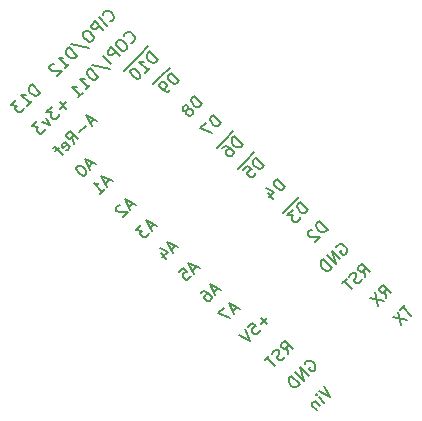
<source format=gbr>
%TF.GenerationSoftware,KiCad,Pcbnew,(5.1.8)-1*%
%TF.CreationDate,2021-02-04T12:25:32-06:00*%
%TF.ProjectId,Project - LED Dimmer Board,50726f6a-6563-4742-902d-204c45442044,rev?*%
%TF.SameCoordinates,Original*%
%TF.FileFunction,Legend,Bot*%
%TF.FilePolarity,Positive*%
%FSLAX46Y46*%
G04 Gerber Fmt 4.6, Leading zero omitted, Abs format (unit mm)*
G04 Created by KiCad (PCBNEW (5.1.8)-1) date 2021-02-04 12:25:32*
%MOMM*%
%LPD*%
G01*
G04 APERTURE LIST*
%ADD10C,0.150000*%
G04 APERTURE END LIST*
%TO.C,A1*%
D10*
X85822065Y-82194083D02*
X85418004Y-82598144D01*
X86327142Y-83103221D02*
X85620035Y-82396114D01*
X85249646Y-82766503D02*
X85485348Y-83945014D01*
X84778241Y-83237908D02*
X85956752Y-83473610D01*
X84228044Y-81610215D02*
X84127029Y-81037795D01*
X84632105Y-81206154D02*
X83924999Y-80499047D01*
X83655624Y-80768421D01*
X83621953Y-80869436D01*
X83621953Y-80936780D01*
X83655624Y-81037795D01*
X83756640Y-81138810D01*
X83857655Y-81172482D01*
X83924999Y-81172482D01*
X84026014Y-81138810D01*
X84295388Y-80869436D01*
X83285235Y-81138810D02*
X83520937Y-82317322D01*
X82813831Y-81610215D02*
X83992342Y-81845917D01*
X82431993Y-79814164D02*
X82330978Y-79241744D01*
X82836054Y-79410103D02*
X82128948Y-78702996D01*
X81859574Y-78972370D01*
X81825902Y-79073385D01*
X81825902Y-79140729D01*
X81859574Y-79241744D01*
X81960589Y-79342759D01*
X82061604Y-79376431D01*
X82128948Y-79376431D01*
X82229963Y-79342759D01*
X82499337Y-79073385D01*
X82128948Y-80049866D02*
X82061604Y-80184553D01*
X81893245Y-80352912D01*
X81792230Y-80386584D01*
X81724887Y-80386584D01*
X81623871Y-80352912D01*
X81556528Y-80285569D01*
X81522856Y-80184553D01*
X81522856Y-80117210D01*
X81556528Y-80016195D01*
X81657543Y-79847836D01*
X81691215Y-79746820D01*
X81691215Y-79679477D01*
X81657543Y-79578462D01*
X81590199Y-79511118D01*
X81489184Y-79477446D01*
X81421841Y-79477446D01*
X81320825Y-79511118D01*
X81152467Y-79679477D01*
X81085123Y-79814164D01*
X80849421Y-79982523D02*
X80445360Y-80386584D01*
X81354497Y-80891660D02*
X80647390Y-80184553D01*
X79996179Y-77311006D02*
X80029851Y-77209991D01*
X80130866Y-77108976D01*
X80265553Y-77041632D01*
X80400240Y-77041632D01*
X80501255Y-77075304D01*
X80669614Y-77176319D01*
X80770629Y-77277334D01*
X80871645Y-77445693D01*
X80905316Y-77546708D01*
X80905316Y-77681395D01*
X80837973Y-77816082D01*
X80770629Y-77883426D01*
X80635942Y-77950769D01*
X80568599Y-77950769D01*
X80332897Y-77715067D01*
X80467584Y-77580380D01*
X80332897Y-78321159D02*
X79625790Y-77614052D01*
X79928836Y-78725220D01*
X79221729Y-78018113D01*
X79592118Y-79061937D02*
X78885011Y-78354830D01*
X78716653Y-78523189D01*
X78649309Y-78657876D01*
X78649309Y-78792563D01*
X78682981Y-78893578D01*
X78783996Y-79061937D01*
X78885011Y-79162952D01*
X79053370Y-79263968D01*
X79154385Y-79297639D01*
X79289072Y-79297639D01*
X79423759Y-79230296D01*
X79592118Y-79061937D01*
X79243952Y-75818000D02*
X78536846Y-75110893D01*
X78368487Y-75279252D01*
X78301143Y-75413939D01*
X78301143Y-75548626D01*
X78334815Y-75649641D01*
X78435830Y-75818000D01*
X78536846Y-75919015D01*
X78705204Y-76020031D01*
X78806220Y-76053702D01*
X78940907Y-76053702D01*
X79075594Y-75986359D01*
X79243952Y-75818000D01*
X77930754Y-75851672D02*
X77863410Y-75851672D01*
X77762395Y-75885343D01*
X77594036Y-76053702D01*
X77560365Y-76154718D01*
X77560365Y-76222061D01*
X77594036Y-76323076D01*
X77661380Y-76390420D01*
X77796067Y-76457763D01*
X78604189Y-76457763D01*
X78166456Y-76895496D01*
X76828981Y-73066311D02*
X76121874Y-73773418D01*
X77627506Y-74201554D02*
X76920400Y-73494447D01*
X76752041Y-73662806D01*
X76684697Y-73797493D01*
X76684697Y-73932180D01*
X76718369Y-74033195D01*
X76819384Y-74201554D01*
X76920400Y-74302569D01*
X77088758Y-74403585D01*
X77189774Y-74437256D01*
X77324461Y-74437256D01*
X77459148Y-74369913D01*
X77627506Y-74201554D01*
X76121874Y-73773418D02*
X75448439Y-74446853D01*
X76280636Y-74134210D02*
X75842903Y-74571943D01*
X76347980Y-74605615D01*
X76246964Y-74706630D01*
X76213293Y-74807646D01*
X76213293Y-74874989D01*
X76246964Y-74976004D01*
X76415323Y-75144363D01*
X76516338Y-75178035D01*
X76583682Y-75178035D01*
X76684697Y-75144363D01*
X76886728Y-74942333D01*
X76920400Y-74841317D01*
X76920400Y-74773974D01*
X75651849Y-72225898D02*
X74944743Y-71518791D01*
X74776384Y-71687150D01*
X74709040Y-71821837D01*
X74709040Y-71956524D01*
X74742712Y-72057539D01*
X74843727Y-72225898D01*
X74944743Y-72326913D01*
X75113101Y-72427929D01*
X75214117Y-72461600D01*
X75348804Y-72461600D01*
X75483491Y-72394257D01*
X75651849Y-72225898D01*
X74170292Y-72764646D02*
X74641697Y-73236051D01*
X74069277Y-72326913D02*
X74742712Y-72663631D01*
X74304979Y-73101364D01*
X73057273Y-69294604D02*
X72350166Y-70001711D01*
X73855798Y-70429847D02*
X73148692Y-69722740D01*
X72980333Y-69891099D01*
X72912989Y-70025786D01*
X72912989Y-70160473D01*
X72946661Y-70261488D01*
X73047676Y-70429847D01*
X73148692Y-70530862D01*
X73317050Y-70631878D01*
X73418066Y-70665549D01*
X73552753Y-70665549D01*
X73687440Y-70598206D01*
X73855798Y-70429847D01*
X72350166Y-70001711D02*
X71676731Y-70675146D01*
X72104867Y-70766565D02*
X72441585Y-70429847D01*
X72811974Y-70732893D01*
X72744630Y-70732893D01*
X72643615Y-70766565D01*
X72475256Y-70934923D01*
X72441585Y-71035939D01*
X72441585Y-71103282D01*
X72475256Y-71204297D01*
X72643615Y-71372656D01*
X72744630Y-71406328D01*
X72811974Y-71406328D01*
X72912989Y-71372656D01*
X73081348Y-71204297D01*
X73115020Y-71103282D01*
X73115020Y-71035939D01*
X71261222Y-67498553D02*
X70554115Y-68205660D01*
X72059747Y-68633796D02*
X71352641Y-67926689D01*
X71184282Y-68095048D01*
X71116938Y-68229735D01*
X71116938Y-68364422D01*
X71150610Y-68465437D01*
X71251625Y-68633796D01*
X71352641Y-68734811D01*
X71520999Y-68835827D01*
X71622015Y-68869498D01*
X71756702Y-68869498D01*
X71891389Y-68802155D01*
X72059747Y-68633796D01*
X70554115Y-68205660D02*
X69880680Y-68879095D01*
X70342488Y-68936842D02*
X70477175Y-68802155D01*
X70578190Y-68768483D01*
X70645534Y-68768483D01*
X70813892Y-68802155D01*
X70982251Y-68903170D01*
X71251625Y-69172544D01*
X71285297Y-69273559D01*
X71285297Y-69340903D01*
X71251625Y-69441918D01*
X71116938Y-69576605D01*
X71015923Y-69610277D01*
X70948579Y-69610277D01*
X70847564Y-69576605D01*
X70679205Y-69408246D01*
X70645534Y-69307231D01*
X70645534Y-69239888D01*
X70679205Y-69138872D01*
X70813892Y-69004185D01*
X70914908Y-68970514D01*
X70982251Y-68970514D01*
X71083266Y-69004185D01*
X70263696Y-66837744D02*
X69556590Y-66130637D01*
X69388231Y-66298996D01*
X69320887Y-66433683D01*
X69320887Y-66568370D01*
X69354559Y-66669385D01*
X69455574Y-66837744D01*
X69556590Y-66938759D01*
X69724948Y-67039775D01*
X69825964Y-67073446D01*
X69960651Y-67073446D01*
X70095338Y-67006103D01*
X70263696Y-66837744D01*
X68916826Y-66770400D02*
X68445422Y-67241805D01*
X69455574Y-67645866D01*
X68647250Y-65221298D02*
X67940144Y-64514191D01*
X67771785Y-64682550D01*
X67704441Y-64817237D01*
X67704441Y-64951924D01*
X67738113Y-65052939D01*
X67839128Y-65221298D01*
X67940144Y-65322313D01*
X68108502Y-65423329D01*
X68209518Y-65457000D01*
X68344205Y-65457000D01*
X68478892Y-65389657D01*
X68647250Y-65221298D01*
X67435067Y-65625359D02*
X67468739Y-65524344D01*
X67468739Y-65457000D01*
X67435067Y-65355985D01*
X67401395Y-65322313D01*
X67300380Y-65288641D01*
X67233037Y-65288641D01*
X67132021Y-65322313D01*
X66997334Y-65457000D01*
X66963663Y-65558016D01*
X66963663Y-65625359D01*
X66997334Y-65726374D01*
X67031006Y-65760046D01*
X67132021Y-65793718D01*
X67199365Y-65793718D01*
X67300380Y-65760046D01*
X67435067Y-65625359D01*
X67536082Y-65591687D01*
X67603426Y-65591687D01*
X67704441Y-65625359D01*
X67839128Y-65760046D01*
X67872800Y-65861061D01*
X67872800Y-65928405D01*
X67839128Y-66029420D01*
X67704441Y-66164107D01*
X67603426Y-66197779D01*
X67536082Y-66197779D01*
X67435067Y-66164107D01*
X67300380Y-66029420D01*
X67266708Y-65928405D01*
X67266708Y-65861061D01*
X67300380Y-65760046D01*
X65873068Y-62110399D02*
X65165961Y-62817506D01*
X66671593Y-63245642D02*
X65964487Y-62538535D01*
X65796128Y-62706894D01*
X65728784Y-62841581D01*
X65728784Y-62976268D01*
X65762456Y-63077283D01*
X65863471Y-63245642D01*
X65964487Y-63346657D01*
X66132845Y-63447673D01*
X66233861Y-63481344D01*
X66368548Y-63481344D01*
X66503235Y-63414001D01*
X66671593Y-63245642D01*
X65165961Y-62817506D02*
X64492526Y-63490941D01*
X65930815Y-63986421D02*
X65796128Y-64121108D01*
X65695112Y-64154779D01*
X65627769Y-64154779D01*
X65459410Y-64121108D01*
X65291051Y-64020092D01*
X65021677Y-63750718D01*
X64988006Y-63649703D01*
X64988006Y-63582360D01*
X65021677Y-63481344D01*
X65156364Y-63346657D01*
X65257380Y-63312985D01*
X65324723Y-63312985D01*
X65425738Y-63346657D01*
X65594097Y-63515016D01*
X65627769Y-63616031D01*
X65627769Y-63683375D01*
X65594097Y-63784390D01*
X65459410Y-63919077D01*
X65358395Y-63952749D01*
X65291051Y-63952749D01*
X65190036Y-63919077D01*
X64077016Y-60314348D02*
X63369909Y-61021455D01*
X64875542Y-61449591D02*
X64168435Y-60742485D01*
X64000076Y-60910843D01*
X63932733Y-61045530D01*
X63932733Y-61180217D01*
X63966405Y-61281233D01*
X64067420Y-61449591D01*
X64168435Y-61550607D01*
X64336794Y-61651622D01*
X64437809Y-61685294D01*
X64572496Y-61685294D01*
X64707183Y-61617950D01*
X64875542Y-61449591D01*
X63369909Y-61021455D02*
X62696474Y-61694890D01*
X63798046Y-62527088D02*
X64202107Y-62123027D01*
X64000076Y-62325057D02*
X63292969Y-61617950D01*
X63461328Y-61651622D01*
X63596015Y-61651622D01*
X63697031Y-61617950D01*
X62696474Y-61694890D02*
X62023039Y-62368325D01*
X62653206Y-62257714D02*
X62585863Y-62325057D01*
X62552191Y-62426072D01*
X62552191Y-62493416D01*
X62585863Y-62594431D01*
X62686878Y-62762790D01*
X62855237Y-62931149D01*
X63023595Y-63032164D01*
X63124611Y-63065836D01*
X63191954Y-63065836D01*
X63292969Y-63032164D01*
X63360313Y-62964820D01*
X63393985Y-62863805D01*
X63393985Y-62796462D01*
X63360313Y-62695446D01*
X63259298Y-62527088D01*
X63090939Y-62358729D01*
X62922580Y-62257714D01*
X62821565Y-62224042D01*
X62754221Y-62224042D01*
X62653206Y-62257714D01*
X62608086Y-59990257D02*
X62675430Y-59990257D01*
X62810117Y-59922913D01*
X62877460Y-59855570D01*
X62944804Y-59720883D01*
X62944804Y-59586196D01*
X62911132Y-59485181D01*
X62810117Y-59316822D01*
X62709102Y-59215807D01*
X62540743Y-59114791D01*
X62439728Y-59081120D01*
X62305041Y-59081120D01*
X62170354Y-59148463D01*
X62103010Y-59215807D01*
X62035667Y-59350494D01*
X62035667Y-59417837D01*
X61530590Y-59788226D02*
X61395903Y-59922913D01*
X61362232Y-60023929D01*
X61362232Y-60158616D01*
X61463247Y-60326974D01*
X61698949Y-60562677D01*
X61867308Y-60663692D01*
X62001995Y-60663692D01*
X62103010Y-60630020D01*
X62237697Y-60495333D01*
X62271369Y-60394318D01*
X62271369Y-60259631D01*
X62170354Y-60091272D01*
X61934651Y-59855570D01*
X61766293Y-59754555D01*
X61631606Y-59754555D01*
X61530590Y-59788226D01*
X61631606Y-61101425D02*
X60924499Y-60394318D01*
X60655125Y-60663692D01*
X60621453Y-60764707D01*
X60621453Y-60832051D01*
X60655125Y-60933066D01*
X60756140Y-61034081D01*
X60857155Y-61067753D01*
X60924499Y-61067753D01*
X61025514Y-61034081D01*
X61294888Y-60764707D01*
X60924499Y-61808532D02*
X60217392Y-61101425D01*
X59341926Y-61909547D02*
X60857155Y-62212593D01*
X59847003Y-62886028D02*
X59139896Y-62178921D01*
X58971537Y-62347280D01*
X58904194Y-62481967D01*
X58904194Y-62616654D01*
X58937865Y-62717669D01*
X59038881Y-62886028D01*
X59139896Y-62987043D01*
X59308255Y-63088058D01*
X59409270Y-63121730D01*
X59543957Y-63121730D01*
X59678644Y-63054386D01*
X59847003Y-62886028D01*
X58769507Y-63963524D02*
X59173568Y-63559463D01*
X58971537Y-63761493D02*
X58264430Y-63054386D01*
X58432789Y-63088058D01*
X58567476Y-63088058D01*
X58668491Y-63054386D01*
X58096072Y-64636959D02*
X58500133Y-64232898D01*
X58298102Y-64434928D02*
X57590995Y-63727821D01*
X57759354Y-63761493D01*
X57894041Y-63761493D01*
X57995056Y-63727821D01*
X57130029Y-65064253D02*
X56591281Y-65603001D01*
X57130029Y-65603001D02*
X56591281Y-65064253D01*
X55884174Y-65434642D02*
X55446442Y-65872375D01*
X55951518Y-65906047D01*
X55850503Y-66007062D01*
X55816831Y-66108077D01*
X55816831Y-66175421D01*
X55850503Y-66276436D01*
X56018861Y-66444795D01*
X56119877Y-66478467D01*
X56187220Y-66478467D01*
X56288235Y-66444795D01*
X56490266Y-66242764D01*
X56523938Y-66141749D01*
X56523938Y-66074406D01*
X55446442Y-66343780D02*
X55749487Y-66983543D01*
X55109724Y-66680497D01*
X54671991Y-66646825D02*
X54234259Y-67084558D01*
X54739335Y-67118230D01*
X54638320Y-67219245D01*
X54604648Y-67320260D01*
X54604648Y-67387604D01*
X54638320Y-67488619D01*
X54806678Y-67656978D01*
X54907694Y-67690650D01*
X54975037Y-67690650D01*
X55076052Y-67656978D01*
X55278083Y-67454947D01*
X55311755Y-67353932D01*
X55311755Y-67286589D01*
X59464829Y-66456243D02*
X59128111Y-66792961D01*
X59734203Y-66590930D02*
X58791394Y-66119526D01*
X59262798Y-67062335D01*
X58757722Y-67028663D02*
X58218974Y-67567411D01*
X57747569Y-68577564D02*
X57646554Y-68005144D01*
X58151631Y-68173503D02*
X57444524Y-67466396D01*
X57175150Y-67735770D01*
X57141478Y-67836785D01*
X57141478Y-67904129D01*
X57175150Y-68005144D01*
X57276165Y-68106159D01*
X57377180Y-68139831D01*
X57444524Y-68139831D01*
X57545539Y-68106159D01*
X57814913Y-67836785D01*
X57141478Y-69116312D02*
X57242493Y-69082640D01*
X57377180Y-68947953D01*
X57410852Y-68846938D01*
X57377180Y-68745923D01*
X57107806Y-68476549D01*
X57006791Y-68442877D01*
X56905776Y-68476549D01*
X56771089Y-68611236D01*
X56737417Y-68712251D01*
X56771089Y-68813266D01*
X56838432Y-68880610D01*
X57242493Y-68611236D01*
X56468043Y-68914281D02*
X56198669Y-69183655D01*
X56838432Y-69486701D02*
X56232341Y-68880610D01*
X56131325Y-68846938D01*
X56030310Y-68880610D01*
X55962967Y-68947953D01*
X60812035Y-58194206D02*
X60879379Y-58194206D01*
X61014066Y-58126862D01*
X61081409Y-58059519D01*
X61148753Y-57924832D01*
X61148753Y-57790145D01*
X61115081Y-57689130D01*
X61014066Y-57520771D01*
X60913051Y-57419756D01*
X60744692Y-57318740D01*
X60643677Y-57285069D01*
X60508990Y-57285069D01*
X60374303Y-57352412D01*
X60306959Y-57419756D01*
X60239616Y-57554443D01*
X60239616Y-57621786D01*
X60576333Y-58564595D02*
X59869226Y-57857488D01*
X60239616Y-58901313D02*
X59532509Y-58194206D01*
X59263135Y-58463580D01*
X59229463Y-58564595D01*
X59229463Y-58631939D01*
X59263135Y-58732954D01*
X59364150Y-58833969D01*
X59465165Y-58867641D01*
X59532509Y-58867641D01*
X59633524Y-58833969D01*
X59902898Y-58564595D01*
X58690715Y-59036000D02*
X58556028Y-59170687D01*
X58522356Y-59271702D01*
X58522356Y-59406389D01*
X58623372Y-59574748D01*
X58859074Y-59810450D01*
X59027433Y-59911465D01*
X59162120Y-59911465D01*
X59263135Y-59877793D01*
X59397822Y-59743106D01*
X59431494Y-59642091D01*
X59431494Y-59507404D01*
X59330478Y-59339045D01*
X59094776Y-59103343D01*
X58926417Y-59002328D01*
X58791730Y-59002328D01*
X58690715Y-59036000D01*
X57545875Y-60113496D02*
X59061104Y-60416542D01*
X58050952Y-61089977D02*
X57343845Y-60382870D01*
X57175486Y-60551229D01*
X57108143Y-60685916D01*
X57108143Y-60820603D01*
X57141814Y-60921618D01*
X57242830Y-61089977D01*
X57343845Y-61190992D01*
X57512204Y-61292007D01*
X57613219Y-61325679D01*
X57747906Y-61325679D01*
X57882593Y-61258335D01*
X58050952Y-61089977D01*
X56973456Y-62167473D02*
X57377517Y-61763412D01*
X57175486Y-61965442D02*
X56468379Y-61258335D01*
X56636738Y-61292007D01*
X56771425Y-61292007D01*
X56872440Y-61258335D01*
X56064318Y-61797083D02*
X55996975Y-61797083D01*
X55895960Y-61830755D01*
X55727601Y-61999114D01*
X55693929Y-62100129D01*
X55693929Y-62167473D01*
X55727601Y-62268488D01*
X55794944Y-62335831D01*
X55929631Y-62403175D01*
X56737753Y-62403175D01*
X56300021Y-62840908D01*
X54896245Y-64244683D02*
X54189138Y-63537577D01*
X54020779Y-63705935D01*
X53953436Y-63840622D01*
X53953436Y-63975309D01*
X53987108Y-64076325D01*
X54088123Y-64244683D01*
X54189138Y-64345699D01*
X54357497Y-64446714D01*
X54458512Y-64480386D01*
X54593199Y-64480386D01*
X54727886Y-64413042D01*
X54896245Y-64244683D01*
X53818749Y-65322180D02*
X54222810Y-64918119D01*
X54020779Y-65120149D02*
X53313672Y-64413042D01*
X53482031Y-64446714D01*
X53616718Y-64446714D01*
X53717734Y-64413042D01*
X52875940Y-64850775D02*
X52438207Y-65288508D01*
X52943283Y-65322180D01*
X52842268Y-65423195D01*
X52808596Y-65524210D01*
X52808596Y-65591554D01*
X52842268Y-65692569D01*
X53010627Y-65860928D01*
X53111642Y-65894599D01*
X53178985Y-65894599D01*
X53280001Y-65860928D01*
X53482031Y-65658897D01*
X53515703Y-65557882D01*
X53515703Y-65490538D01*
X59341590Y-70171584D02*
X59004872Y-70508302D01*
X59610964Y-70306271D02*
X58668155Y-69834867D01*
X59139559Y-70777676D01*
X58062063Y-70440958D02*
X57994720Y-70508302D01*
X57961048Y-70609317D01*
X57961048Y-70676661D01*
X57994720Y-70777676D01*
X58095735Y-70946035D01*
X58264094Y-71114393D01*
X58432453Y-71215409D01*
X58533468Y-71249080D01*
X58600811Y-71249080D01*
X58701827Y-71215409D01*
X58769170Y-71148065D01*
X58802842Y-71047050D01*
X58802842Y-70979706D01*
X58769170Y-70878691D01*
X58668155Y-70710332D01*
X58499796Y-70541974D01*
X58331437Y-70440958D01*
X58230422Y-70407287D01*
X58163079Y-70407287D01*
X58062063Y-70440958D01*
X60778431Y-71608425D02*
X60441713Y-71945143D01*
X61047805Y-71743112D02*
X60104996Y-71271708D01*
X60576400Y-72214517D01*
X59970309Y-72820608D02*
X60374370Y-72416547D01*
X60172339Y-72618578D02*
X59465233Y-71911471D01*
X59633591Y-71945143D01*
X59768278Y-71945143D01*
X59869294Y-71911471D01*
X62754087Y-73584082D02*
X62417369Y-73920800D01*
X63023461Y-73718769D02*
X62080652Y-73247365D01*
X62552056Y-74190174D01*
X61710263Y-73752441D02*
X61642919Y-73752441D01*
X61541904Y-73786113D01*
X61373545Y-73954472D01*
X61339873Y-74055487D01*
X61339873Y-74122830D01*
X61373545Y-74223846D01*
X61440889Y-74291189D01*
X61575576Y-74358533D01*
X62383698Y-74358533D01*
X61945965Y-74796265D01*
X64550138Y-75380133D02*
X64213420Y-75716851D01*
X64819512Y-75514820D02*
X63876703Y-75043416D01*
X64348107Y-75986225D01*
X63472642Y-75447477D02*
X63034909Y-75885210D01*
X63539985Y-75918881D01*
X63438970Y-76019897D01*
X63405298Y-76120912D01*
X63405298Y-76188255D01*
X63438970Y-76289271D01*
X63607329Y-76457629D01*
X63708344Y-76491301D01*
X63775688Y-76491301D01*
X63876703Y-76457629D01*
X64078733Y-76255599D01*
X64112405Y-76154584D01*
X64112405Y-76087240D01*
X66346190Y-77176184D02*
X66009472Y-77512902D01*
X66615564Y-77310871D02*
X65672755Y-76839467D01*
X66144159Y-77782276D01*
X65134007Y-77849619D02*
X65605411Y-78321024D01*
X65032992Y-77411887D02*
X65706427Y-77748604D01*
X65268694Y-78186337D01*
X68142241Y-78972235D02*
X67805523Y-79308953D01*
X68411615Y-79106922D02*
X67468806Y-78635518D01*
X67940210Y-79578327D01*
X66660684Y-79443640D02*
X66997401Y-79106922D01*
X67367791Y-79409968D01*
X67300447Y-79409968D01*
X67199432Y-79443640D01*
X67031073Y-79611999D01*
X66997401Y-79713014D01*
X66997401Y-79780357D01*
X67031073Y-79881373D01*
X67199432Y-80049731D01*
X67300447Y-80083403D01*
X67367791Y-80083403D01*
X67468806Y-80049731D01*
X67637165Y-79881373D01*
X67670836Y-79780357D01*
X67670836Y-79713014D01*
X69938292Y-80768287D02*
X69601574Y-81105005D01*
X70207666Y-80902974D02*
X69264857Y-80431570D01*
X69736261Y-81374379D01*
X68490407Y-81206020D02*
X68625094Y-81071333D01*
X68726109Y-81037661D01*
X68793452Y-81037661D01*
X68961811Y-81071333D01*
X69130170Y-81172348D01*
X69399544Y-81441722D01*
X69433216Y-81542738D01*
X69433216Y-81610081D01*
X69399544Y-81711096D01*
X69264857Y-81845783D01*
X69163842Y-81879455D01*
X69096498Y-81879455D01*
X68995483Y-81845783D01*
X68827124Y-81677425D01*
X68793452Y-81576409D01*
X68793452Y-81509066D01*
X68827124Y-81408051D01*
X68961811Y-81273364D01*
X69062826Y-81239692D01*
X69130170Y-81239692D01*
X69231185Y-81273364D01*
X71554738Y-82384733D02*
X71218020Y-82721451D01*
X71824112Y-82519420D02*
X70881303Y-82048016D01*
X71352707Y-82990825D01*
X70477242Y-82452077D02*
X70005837Y-82923481D01*
X71015990Y-83327542D01*
X74125239Y-83271647D02*
X73586491Y-83810395D01*
X74125239Y-83810395D02*
X73586491Y-83271647D01*
X72475324Y-84046097D02*
X72812041Y-83709380D01*
X73182430Y-84012425D01*
X73115087Y-84012425D01*
X73014072Y-84046097D01*
X72845713Y-84214456D01*
X72812041Y-84315471D01*
X72812041Y-84382815D01*
X72845713Y-84483830D01*
X73014072Y-84652189D01*
X73115087Y-84685860D01*
X73182430Y-84685860D01*
X73283446Y-84652189D01*
X73451804Y-84483830D01*
X73485476Y-84382815D01*
X73485476Y-84315471D01*
X72239621Y-84281799D02*
X72711026Y-85224608D01*
X71768217Y-84753204D01*
X75910111Y-86336046D02*
X75809096Y-85763626D01*
X76314172Y-85931985D02*
X75607066Y-85224878D01*
X75337692Y-85494252D01*
X75304020Y-85595267D01*
X75304020Y-85662611D01*
X75337692Y-85763626D01*
X75438707Y-85864641D01*
X75539722Y-85898313D01*
X75607066Y-85898313D01*
X75708081Y-85864641D01*
X75977455Y-85595267D01*
X75607066Y-86571748D02*
X75539722Y-86706435D01*
X75371363Y-86874794D01*
X75270348Y-86908466D01*
X75203005Y-86908466D01*
X75101989Y-86874794D01*
X75034646Y-86807451D01*
X75000974Y-86706435D01*
X75000974Y-86639092D01*
X75034646Y-86538077D01*
X75135661Y-86369718D01*
X75169333Y-86268702D01*
X75169333Y-86201359D01*
X75135661Y-86100344D01*
X75068317Y-86033000D01*
X74967302Y-85999328D01*
X74899959Y-85999328D01*
X74798943Y-86033000D01*
X74630585Y-86201359D01*
X74563241Y-86336046D01*
X74327539Y-86504405D02*
X73923478Y-86908466D01*
X74832615Y-87413542D02*
X74125508Y-86706435D01*
X77302102Y-87189288D02*
X77335774Y-87088273D01*
X77436789Y-86987258D01*
X77571476Y-86919914D01*
X77706163Y-86919914D01*
X77807178Y-86953586D01*
X77975537Y-87054601D01*
X78076552Y-87155616D01*
X78177568Y-87323975D01*
X78211239Y-87424990D01*
X78211239Y-87559677D01*
X78143896Y-87694364D01*
X78076552Y-87761708D01*
X77941865Y-87829051D01*
X77874522Y-87829051D01*
X77638820Y-87593349D01*
X77773507Y-87458662D01*
X77638820Y-88199441D02*
X76931713Y-87492334D01*
X77234759Y-88603502D01*
X76527652Y-87896395D01*
X76898041Y-88940219D02*
X76190934Y-88233112D01*
X76022576Y-88401471D01*
X75955232Y-88536158D01*
X75955232Y-88670845D01*
X75988904Y-88771860D01*
X76089919Y-88940219D01*
X76190934Y-89041234D01*
X76359293Y-89142250D01*
X76460308Y-89175921D01*
X76594995Y-89175921D01*
X76729682Y-89108578D01*
X76898041Y-88940219D01*
X78963466Y-89052683D02*
X79434871Y-89995492D01*
X78492061Y-89524087D01*
X78963466Y-90466896D02*
X78492061Y-89995492D01*
X78256359Y-89759789D02*
X78323703Y-89759789D01*
X78323703Y-89827133D01*
X78256359Y-89827133D01*
X78256359Y-89759789D01*
X78323703Y-89827133D01*
X78155344Y-90332209D02*
X78626749Y-90803614D01*
X78222687Y-90399553D02*
X78155344Y-90399553D01*
X78054329Y-90433225D01*
X77953313Y-90534240D01*
X77919642Y-90635255D01*
X77953313Y-90736270D01*
X78323703Y-91106660D01*
%TD*%
M02*

</source>
